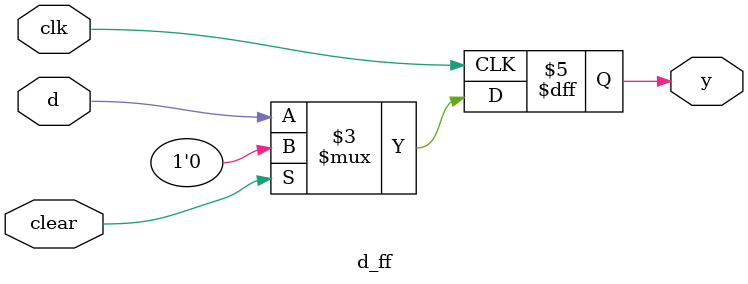
<source format=v>
`timescale 1ns / 1ps
module d_ff(
    input d,
    input clk,
    input clear,
    output reg y
    );
	 always@(posedge clk)
	 begin
	 if(clear)
	 y=1'b0;
	 else
	 y=d;
	 end


endmodule

</source>
